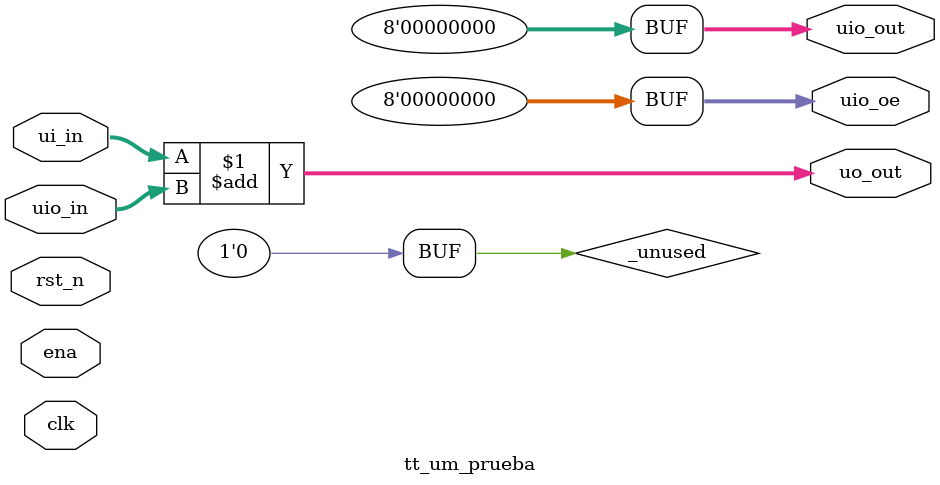
<source format=v>
/*
 * Copyright (c) 2024 Your Name
 * SPDX-License-Identifier: Apache-2.0
 */

`default_nettype none

module tt_um_prueba (
    output wire [7:0] uo_out,   // Dedicated outputs
    output wire [7:0] uio_out,  // IOs: Output path
    output wire [7:0] uio_oe,   // IOs: Enable path (active high: 0=input, 1=output)
    input  wire [7:0] ui_in,    // Dedicated inputs
    input  wire [7:0] uio_in,   // IOs: Input path
    input  wire       ena,      // always 1 when the design is powered, so you can ignore it
    input  wire       clk,      // clock
    input  wire       rst_n     // reset_n - low to reset
);

  // All output pins must be assigned. If not used, assign to 0.
  assign uo_out  = ui_in + uio_in;  // Example: ou_out is the sum of ui_in and uio_in
  assign uio_out = 0;
  assign uio_oe  = 0;

  // List all unused inputs to prevent warnings
  wire _unused = &{ena, clk, rst_n, 1'b0};

endmodule

</source>
